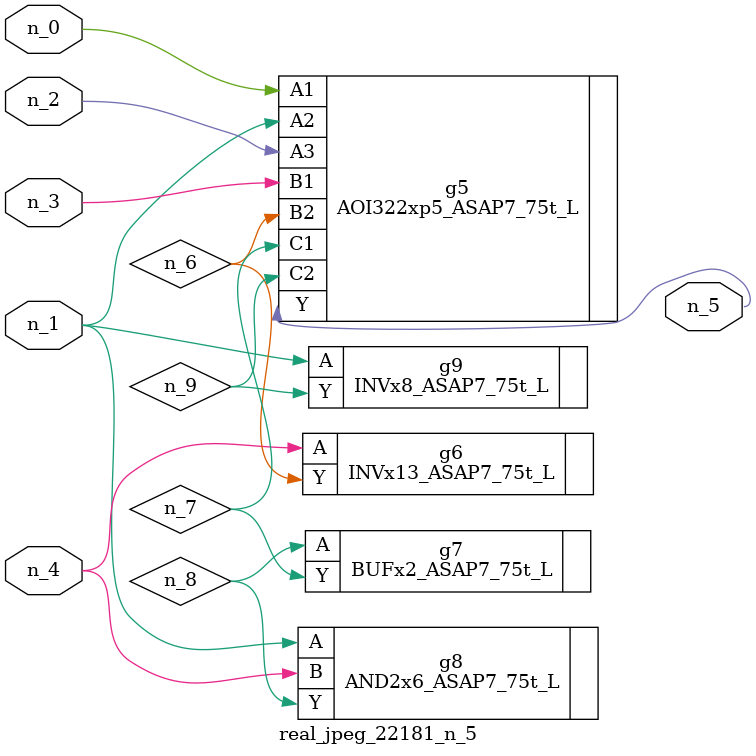
<source format=v>
module real_jpeg_22181_n_5 (n_4, n_0, n_1, n_2, n_3, n_5);

input n_4;
input n_0;
input n_1;
input n_2;
input n_3;

output n_5;

wire n_8;
wire n_6;
wire n_7;
wire n_9;

AOI322xp5_ASAP7_75t_L g5 ( 
.A1(n_0),
.A2(n_1),
.A3(n_2),
.B1(n_3),
.B2(n_6),
.C1(n_7),
.C2(n_9),
.Y(n_5)
);

AND2x6_ASAP7_75t_L g8 ( 
.A(n_1),
.B(n_4),
.Y(n_8)
);

INVx8_ASAP7_75t_L g9 ( 
.A(n_1),
.Y(n_9)
);

INVx13_ASAP7_75t_L g6 ( 
.A(n_4),
.Y(n_6)
);

BUFx2_ASAP7_75t_L g7 ( 
.A(n_8),
.Y(n_7)
);


endmodule
</source>
